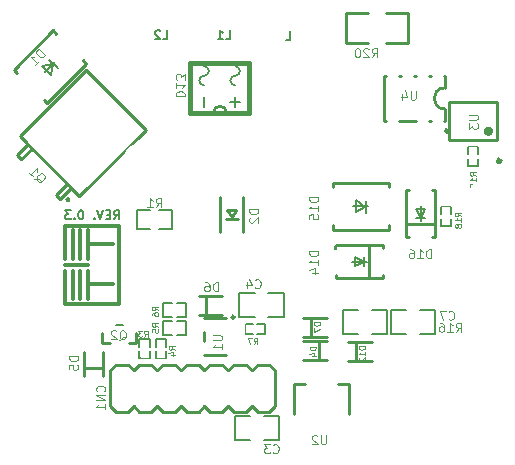
<source format=gbo>
G04 #@! TF.GenerationSoftware,KiCad,Pcbnew,5.1.5-52549c5~84~ubuntu18.04.1*
G04 #@! TF.CreationDate,2020-02-13T12:19:30+02:00*
G04 #@! TF.ProjectId,NRF52832_Touch_Switch_Power_Supply,4e524635-3238-4333-925f-546f7563685f,rev?*
G04 #@! TF.SameCoordinates,Original*
G04 #@! TF.FileFunction,Legend,Bot*
G04 #@! TF.FilePolarity,Positive*
%FSLAX46Y46*%
G04 Gerber Fmt 4.6, Leading zero omitted, Abs format (unit mm)*
G04 Created by KiCad (PCBNEW 5.1.5-52549c5~84~ubuntu18.04.1) date 2020-02-13 12:19:30*
%MOMM*%
%LPD*%
G04 APERTURE LIST*
%ADD10C,0.152000*%
%ADD11C,0.127000*%
%ADD12C,0.254000*%
%ADD13C,0.200000*%
%ADD14C,0.150000*%
%ADD15C,0.129000*%
%ADD16C,0.387000*%
%ADD17C,0.400000*%
%ADD18C,0.300000*%
%ADD19C,0.305000*%
%ADD20C,0.102000*%
%ADD21C,0.076000*%
%ADD22C,1.602000*%
%ADD23R,2.392000X2.822000*%
%ADD24R,1.880000X1.880000*%
%ADD25C,1.902000*%
%ADD26C,2.352000*%
%ADD27C,1.702000*%
%ADD28C,2.102000*%
%ADD29R,1.262000X1.552000*%
%ADD30O,2.102000X3.602000*%
%ADD31O,0.802000X2.202000*%
%ADD32O,0.802000X2.002000*%
%ADD33R,1.102000X0.652000*%
%ADD34R,0.702000X0.752000*%
%ADD35R,0.752000X0.702000*%
%ADD36R,0.602000X0.902000*%
%ADD37R,1.102000X1.102000*%
%ADD38R,1.573000X1.372000*%
%ADD39C,0.100000*%
%ADD40R,1.602000X1.402000*%
%ADD41R,0.915000X1.602000*%
%ADD42R,2.102000X2.102000*%
%ADD43R,0.802000X1.352000*%
%ADD44O,0.902000X2.102000*%
%ADD45R,0.752000X1.652000*%
%ADD46R,1.102000X1.202000*%
%ADD47R,1.702000X2.102000*%
G04 APERTURE END LIST*
D10*
X117756914Y-45338714D02*
X118119771Y-45338714D01*
X118119771Y-44576714D01*
X112640914Y-45302714D02*
X113003771Y-45302714D01*
X113003771Y-44540714D01*
X111987771Y-45302714D02*
X112423200Y-45302714D01*
X112205485Y-45302714D02*
X112205485Y-44540714D01*
X112278057Y-44649571D01*
X112350628Y-44722142D01*
X112423200Y-44758428D01*
X107306914Y-45302714D02*
X107669771Y-45302714D01*
X107669771Y-44540714D01*
X107089200Y-44613285D02*
X107052914Y-44577000D01*
X106980342Y-44540714D01*
X106798914Y-44540714D01*
X106726342Y-44577000D01*
X106690057Y-44613285D01*
X106653771Y-44685857D01*
X106653771Y-44758428D01*
X106690057Y-44867285D01*
X107125485Y-45302714D01*
X106653771Y-45302714D01*
D11*
X103186592Y-60542714D02*
X103440592Y-60179857D01*
X103622021Y-60542714D02*
X103622021Y-59780714D01*
X103331735Y-59780714D01*
X103259164Y-59817000D01*
X103222878Y-59853285D01*
X103186592Y-59925857D01*
X103186592Y-60034714D01*
X103222878Y-60107285D01*
X103259164Y-60143571D01*
X103331735Y-60179857D01*
X103622021Y-60179857D01*
X102860021Y-60143571D02*
X102606021Y-60143571D01*
X102497164Y-60542714D02*
X102860021Y-60542714D01*
X102860021Y-59780714D01*
X102497164Y-59780714D01*
X102279450Y-59780714D02*
X102025450Y-60542714D01*
X101771450Y-59780714D01*
X101517450Y-60470142D02*
X101481164Y-60506428D01*
X101517450Y-60542714D01*
X101553735Y-60506428D01*
X101517450Y-60470142D01*
X101517450Y-60542714D01*
X100428878Y-59780714D02*
X100356307Y-59780714D01*
X100283735Y-59817000D01*
X100247450Y-59853285D01*
X100211164Y-59925857D01*
X100174878Y-60071000D01*
X100174878Y-60252428D01*
X100211164Y-60397571D01*
X100247450Y-60470142D01*
X100283735Y-60506428D01*
X100356307Y-60542714D01*
X100428878Y-60542714D01*
X100501450Y-60506428D01*
X100537735Y-60470142D01*
X100574021Y-60397571D01*
X100610307Y-60252428D01*
X100610307Y-60071000D01*
X100574021Y-59925857D01*
X100537735Y-59853285D01*
X100501450Y-59817000D01*
X100428878Y-59780714D01*
X99848307Y-60470142D02*
X99812021Y-60506428D01*
X99848307Y-60542714D01*
X99884592Y-60506428D01*
X99848307Y-60470142D01*
X99848307Y-60542714D01*
X99558021Y-59780714D02*
X99086307Y-59780714D01*
X99340307Y-60071000D01*
X99231450Y-60071000D01*
X99158878Y-60107285D01*
X99122592Y-60143571D01*
X99086307Y-60216142D01*
X99086307Y-60397571D01*
X99122592Y-60470142D01*
X99158878Y-60506428D01*
X99231450Y-60542714D01*
X99449164Y-60542714D01*
X99521735Y-60506428D01*
X99558021Y-60470142D01*
D12*
X126477000Y-57435000D02*
X121777000Y-57435000D01*
D11*
X123694000Y-58935000D02*
X124477000Y-59475000D01*
X123694000Y-59965000D02*
X123694000Y-58949000D01*
X124516000Y-58965000D02*
X124516000Y-59981000D01*
X124675000Y-59445000D02*
X123456000Y-59445000D01*
X124477000Y-59475000D02*
X123694000Y-59955000D01*
D12*
X126477000Y-61435000D02*
X121777000Y-61435000D01*
X126477000Y-57435000D02*
X126477000Y-57844000D01*
X126477000Y-61026000D02*
X126477000Y-61435000D01*
X121777000Y-57435000D02*
X121777000Y-57844000D01*
X121777000Y-61026000D02*
X121777000Y-61435000D01*
D13*
X115871000Y-77197000D02*
X117191000Y-77197000D01*
X117191000Y-77197000D02*
X117191000Y-79267000D01*
X117191000Y-79267000D02*
X115871000Y-79267000D01*
X114739000Y-77197000D02*
X113419000Y-77197000D01*
X113419000Y-77197000D02*
X113419000Y-79267000D01*
X113419000Y-79267000D02*
X114739000Y-79267000D01*
D12*
X116856000Y-73340000D02*
X116356000Y-72840000D01*
X116356000Y-72840000D02*
X115356000Y-72840000D01*
X115356000Y-72840000D02*
X114856000Y-73340000D01*
X114856000Y-73339000D02*
X114356000Y-72839000D01*
X114356000Y-72839000D02*
X113356000Y-72839000D01*
X113356000Y-72839000D02*
X112856000Y-73339000D01*
X112858000Y-73340000D02*
X112358000Y-72840000D01*
X112358000Y-72840000D02*
X111358000Y-72840000D01*
X111358000Y-72840000D02*
X110858000Y-73340000D01*
X110857000Y-73339000D02*
X110357000Y-72839000D01*
X110357000Y-72839000D02*
X109357000Y-72839000D01*
X109357000Y-72839000D02*
X108857000Y-73339000D01*
X108857000Y-73340000D02*
X108357000Y-72840000D01*
X108357000Y-72840000D02*
X107357000Y-72840000D01*
X107357000Y-72840000D02*
X106857000Y-73340000D01*
X106858000Y-73339000D02*
X106358000Y-72839000D01*
X106358000Y-72839000D02*
X105358000Y-72839000D01*
X105358000Y-72839000D02*
X104858000Y-73339000D01*
X104857000Y-73340000D02*
X104357000Y-72840000D01*
X104357000Y-72840000D02*
X103357000Y-72840000D01*
X103357000Y-72840000D02*
X102857000Y-73340000D01*
X102857000Y-76340000D02*
X103357000Y-76840000D01*
X103357000Y-76840000D02*
X104357000Y-76840000D01*
X104357000Y-76840000D02*
X104857000Y-76340000D01*
X104856000Y-76340000D02*
X105356000Y-76840000D01*
X105356000Y-76840000D02*
X106356000Y-76840000D01*
X106356000Y-76840000D02*
X106856000Y-76340000D01*
X106858000Y-76339000D02*
X107358000Y-76839000D01*
X107358000Y-76839000D02*
X108358000Y-76839000D01*
X108358000Y-76839000D02*
X108858000Y-76339000D01*
X108857000Y-76340000D02*
X109357000Y-76840000D01*
X109357000Y-76840000D02*
X110357000Y-76840000D01*
X110357000Y-76840000D02*
X110857000Y-76340000D01*
X110858000Y-76340000D02*
X111358000Y-76840000D01*
X111358000Y-76840000D02*
X112358000Y-76840000D01*
X112358000Y-76840000D02*
X112858000Y-76340000D01*
X112857000Y-76340000D02*
X113357000Y-76840000D01*
X113357000Y-76840000D02*
X114357000Y-76840000D01*
X114357000Y-76840000D02*
X114857000Y-76340000D01*
X114856000Y-76340000D02*
X115356000Y-76840000D01*
X115356000Y-76840000D02*
X116356000Y-76840000D01*
X116356000Y-76840000D02*
X116856000Y-76340000D01*
X116855000Y-73341000D02*
X116855000Y-76341000D01*
X102856000Y-73341000D02*
X102856000Y-76340000D01*
X119377000Y-74457000D02*
X118477000Y-74457000D01*
X118477000Y-74457000D02*
X118477000Y-77057000D01*
X123077000Y-77057000D02*
X123077000Y-74457000D01*
X123077000Y-74457000D02*
X122177000Y-74457000D01*
X110860000Y-72035000D02*
X112660000Y-72035000D01*
X110860000Y-70085000D02*
X110860000Y-70885000D01*
X110860000Y-68935000D02*
X112660000Y-68935000D01*
X113411000Y-68834000D02*
G75*
G03X113411000Y-68834000I-127000J0D01*
G01*
D10*
X115331000Y-69418000D02*
X115966000Y-69418000D01*
X115966000Y-69418000D02*
X115966000Y-70282000D01*
X115966000Y-70282000D02*
X115433000Y-70282000D01*
X115433000Y-70282000D02*
X115331000Y-70282000D01*
X114950000Y-70282000D02*
X114341000Y-70282000D01*
X114341000Y-70282000D02*
X114341000Y-69418000D01*
X114341000Y-69418000D02*
X114874000Y-69418000D01*
X114874000Y-69418000D02*
X114950000Y-69418000D01*
X105359000Y-71316000D02*
X105359000Y-70681000D01*
X105359000Y-70681000D02*
X106223000Y-70681000D01*
X106223000Y-70681000D02*
X106223000Y-71214000D01*
X106223000Y-71214000D02*
X106223000Y-71316000D01*
X106223000Y-71697000D02*
X106223000Y-72306000D01*
X106223000Y-72306000D02*
X105359000Y-72306000D01*
X105359000Y-72306000D02*
X105359000Y-71773000D01*
X105359000Y-71773000D02*
X105359000Y-71697000D01*
X106756000Y-71316000D02*
X106756000Y-70681000D01*
X106756000Y-70681000D02*
X107620000Y-70681000D01*
X107620000Y-70681000D02*
X107620000Y-71214000D01*
X107620000Y-71214000D02*
X107620000Y-71316000D01*
X107620000Y-71697000D02*
X107620000Y-72306000D01*
X107620000Y-72306000D02*
X106756000Y-72306000D01*
X106756000Y-72306000D02*
X106756000Y-71773000D01*
X106756000Y-71773000D02*
X106756000Y-71697000D01*
X130886000Y-60097000D02*
X130886000Y-59462000D01*
X130886000Y-59462000D02*
X131750000Y-59462000D01*
X131750000Y-59462000D02*
X131750000Y-59995000D01*
X131750000Y-59995000D02*
X131750000Y-60097000D01*
X131750000Y-60478000D02*
X131750000Y-61087000D01*
X131750000Y-61087000D02*
X130886000Y-61087000D01*
X130886000Y-61087000D02*
X130886000Y-60554000D01*
X130886000Y-60554000D02*
X130886000Y-60478000D01*
X133172000Y-55017000D02*
X133172000Y-54382000D01*
X133172000Y-54382000D02*
X134036000Y-54382000D01*
X134036000Y-54382000D02*
X134036000Y-54915000D01*
X134036000Y-54915000D02*
X134036000Y-55017000D01*
X134036000Y-55398000D02*
X134036000Y-56007000D01*
X134036000Y-56007000D02*
X133172000Y-56007000D01*
X133172000Y-56007000D02*
X133172000Y-55474000D01*
X133172000Y-55474000D02*
X133172000Y-55398000D01*
D14*
X109273000Y-68799000D02*
X109273000Y-67599000D01*
X108503000Y-68799000D02*
X109273000Y-68799000D01*
X107373000Y-68799000D02*
X107373000Y-67599000D01*
X108143000Y-68799000D02*
X107373000Y-68799000D01*
X108143000Y-67599000D02*
X107373000Y-67599000D01*
X108503000Y-67599000D02*
X109273000Y-67599000D01*
X109281000Y-70323000D02*
X109281000Y-69123000D01*
X108511000Y-70323000D02*
X109281000Y-70323000D01*
X107381000Y-70323000D02*
X107381000Y-69123000D01*
X108151000Y-70323000D02*
X107381000Y-70323000D01*
X108151000Y-69123000D02*
X107381000Y-69123000D01*
X108511000Y-69123000D02*
X109281000Y-69123000D01*
D12*
X123022000Y-72555000D02*
X125022000Y-72555000D01*
X123022000Y-70955000D02*
X125022000Y-70955000D01*
X123671000Y-72555000D02*
X123671000Y-70955000D01*
X119212000Y-70523000D02*
X121212000Y-70523000D01*
X119212000Y-68923000D02*
X121212000Y-68923000D01*
X119861000Y-70523000D02*
X119861000Y-68923000D01*
X121199000Y-70828000D02*
X119199000Y-70828000D01*
X121199000Y-72428000D02*
X119199000Y-72428000D01*
X120550000Y-70828000D02*
X120550000Y-72428000D01*
X110379000Y-68618000D02*
X112379000Y-68618000D01*
X110379000Y-67018000D02*
X112379000Y-67018000D01*
X111028000Y-68618000D02*
X111028000Y-67018000D01*
X102273000Y-73771000D02*
X102273000Y-71771000D01*
X100673000Y-73771000D02*
X100673000Y-71771000D01*
X102273000Y-73122000D02*
X100673000Y-73122000D01*
D11*
X129159000Y-59444000D02*
X129159000Y-60714000D01*
X129159000Y-59698000D02*
X129540000Y-59698000D01*
X129540000Y-59698000D02*
X129159000Y-60460000D01*
X129159000Y-60460000D02*
X129540000Y-60460000D01*
X129159000Y-59698000D02*
X128778000Y-59698000D01*
X128778000Y-59698000D02*
X129159000Y-60460000D01*
X129159000Y-60460000D02*
X128778000Y-60460000D01*
D12*
X130409000Y-58080000D02*
X130159000Y-58080000D01*
X128159000Y-58080000D02*
X127909000Y-58080000D01*
X130409000Y-62078000D02*
X130409000Y-58080000D01*
X130409000Y-62078000D02*
X130159000Y-62078000D01*
X128159000Y-62078000D02*
X127909000Y-62078000D01*
X127909000Y-58080000D02*
X127909000Y-62078000D01*
X127914000Y-60935000D02*
X130404000Y-60935000D01*
X98037487Y-44549086D02*
X94714086Y-47872487D01*
D11*
X97130269Y-47577624D02*
X98065772Y-47405797D01*
X97858589Y-48305944D02*
X97140169Y-47587523D01*
X97732724Y-47017595D02*
X98451145Y-47736016D01*
X98184566Y-47244577D02*
X97322602Y-48106540D01*
X98065772Y-47405797D02*
X97851518Y-48298873D01*
D12*
X100865914Y-47377513D02*
X97542513Y-50700914D01*
X98037487Y-44549086D02*
X98326694Y-44838292D01*
X100576708Y-47088306D02*
X100865914Y-47377513D01*
X94714086Y-47872487D02*
X95003292Y-48161694D01*
X97253306Y-50411708D02*
X97542513Y-50700914D01*
X113157000Y-60327000D02*
X113563000Y-59743000D01*
X113563000Y-59743000D02*
X112751000Y-59743000D01*
X112751000Y-59743000D02*
X113157000Y-60327000D01*
X114157000Y-61649000D02*
X114157000Y-58649000D01*
X112157000Y-58649000D02*
X112157000Y-61649000D01*
X113665000Y-60555000D02*
X112649000Y-60555000D01*
D15*
X110820000Y-51029000D02*
X110820000Y-50216000D01*
X113459000Y-51029000D02*
X113459000Y-50216000D01*
X113055000Y-50622000D02*
X113868000Y-50622000D01*
D16*
X109652000Y-47269000D02*
X114630000Y-47269000D01*
X114630000Y-47269000D02*
X114630000Y-51537000D01*
X114630000Y-51537000D02*
X109652000Y-51537000D01*
X109652000Y-51537000D02*
X109652000Y-47269000D01*
D15*
X113461986Y-48386000D02*
G75*
G03X113867000Y-47981000I14J405000D01*
G01*
X113867000Y-47980993D02*
G75*
G03X113462000Y-47576000I-405000J-7D01*
G01*
X113461986Y-48387000D02*
G75*
G03X113055000Y-48794000I14J-407000D01*
G01*
X113054000Y-48793993D02*
G75*
G03X113462000Y-49202000I408000J-7D01*
G01*
X110412000Y-48793993D02*
G75*
G03X110820000Y-49202000I408000J-7D01*
G01*
X110819986Y-48386000D02*
G75*
G03X110412000Y-48794000I14J-408000D01*
G01*
X111225000Y-47980993D02*
G75*
G03X110820000Y-47576000I-405000J-7D01*
G01*
X110819986Y-48386000D02*
G75*
G03X111225000Y-47981000I14J405000D01*
G01*
D12*
X112725000Y-51511000D02*
G75*
G03X111633000Y-51511000I-546000J0D01*
G01*
X124816000Y-65380000D02*
X124816000Y-62890000D01*
D11*
X123325000Y-64135000D02*
X124595000Y-64135000D01*
X123579000Y-64135000D02*
X123579000Y-63754000D01*
X123579000Y-63754000D02*
X124341000Y-64135000D01*
X124341000Y-64135000D02*
X124341000Y-63754000D01*
X123579000Y-64135000D02*
X123579000Y-64516000D01*
X123579000Y-64516000D02*
X124341000Y-64135000D01*
X124341000Y-64135000D02*
X124341000Y-64516000D01*
D12*
X121945000Y-62768000D02*
X121945000Y-63017000D01*
X121996000Y-65282000D02*
X121996000Y-65532000D01*
X125959000Y-62738000D02*
X121961000Y-62738000D01*
X125959000Y-62738000D02*
X125959000Y-62988000D01*
X125984000Y-65282000D02*
X125984000Y-65532000D01*
X121986000Y-65532000D02*
X125984000Y-65532000D01*
X104432000Y-71008000D02*
X105092000Y-71008000D01*
X105092000Y-71008000D02*
X104432000Y-71008000D01*
X104432000Y-71008000D02*
X105092000Y-71008000D01*
X105092000Y-71008000D02*
X105092000Y-70193000D01*
X102172000Y-70193000D02*
X102172000Y-71008000D01*
X102172000Y-71008000D02*
X102832000Y-71008000D01*
D13*
X103332000Y-69458000D02*
X103932000Y-69458000D01*
D17*
X99294978Y-58884670D02*
G75*
G03X99296392Y-58883256I707J707D01*
G01*
D12*
X99579941Y-57894014D02*
X98660703Y-58813253D01*
X98660703Y-58813253D02*
X98307149Y-58459699D01*
X98307149Y-58459699D02*
X99226388Y-57540460D01*
X105889455Y-52960530D02*
X100267956Y-58582029D01*
X100267956Y-58582029D02*
X95214971Y-53529044D01*
X95214971Y-53529044D02*
X100836470Y-47907545D01*
X100836470Y-47907545D02*
X105889455Y-52960530D01*
X96243812Y-54552227D02*
X95324573Y-55471466D01*
X95324573Y-55471466D02*
X94970312Y-55117205D01*
X94970312Y-55117205D02*
X95889551Y-54197967D01*
D17*
X135104996Y-53093459D02*
G75*
G03X135105000Y-53096000I-199996J-1541D01*
G01*
D18*
X135953995Y-55595444D02*
G75*
G03X135954000Y-55598000I-150995J-1556D01*
G01*
D12*
X135604000Y-53797000D02*
X131604000Y-53797000D01*
X131604000Y-53797000D02*
X131604000Y-50597000D01*
X131604000Y-50597000D02*
X135604000Y-50597000D01*
X135604000Y-50597000D02*
X135604000Y-53797000D01*
X131251000Y-52210000D02*
X131251000Y-51194000D01*
X126051000Y-48400000D02*
X126051000Y-52210000D01*
X131251000Y-48400000D02*
X131251000Y-49416000D01*
X131191000Y-49416000D02*
G75*
G03X131191000Y-51194000I0J-889000D01*
G01*
X131191000Y-48400000D02*
X131106000Y-48400000D01*
X130006000Y-48400000D02*
X129836000Y-48400000D01*
X128736000Y-48400000D02*
X128566000Y-48400000D01*
X127466000Y-48400000D02*
X127296000Y-48400000D01*
X126196000Y-48400000D02*
X126111000Y-48400000D01*
X131517000Y-53035000D02*
G75*
G03X131517000Y-53035000I-148000J0D01*
G01*
X131251000Y-52210000D02*
X131111000Y-52210000D01*
X130001000Y-52210000D02*
X129841000Y-52210000D01*
X128731000Y-52210000D02*
X127301000Y-52210000D01*
X126191000Y-52210000D02*
X126051000Y-52210000D01*
D13*
X115142000Y-68853000D02*
X113822000Y-68853000D01*
X113822000Y-68853000D02*
X113822000Y-66783000D01*
X113822000Y-66783000D02*
X115142000Y-66783000D01*
X116274000Y-68853000D02*
X117594000Y-68853000D01*
X117594000Y-68853000D02*
X117594000Y-66783000D01*
X117594000Y-66783000D02*
X116274000Y-66783000D01*
X125015000Y-68180000D02*
X126335000Y-68180000D01*
X126335000Y-68180000D02*
X126335000Y-70250000D01*
X126335000Y-70250000D02*
X125015000Y-70250000D01*
X123883000Y-68180000D02*
X122563000Y-68180000D01*
X122563000Y-68180000D02*
X122563000Y-70250000D01*
X122563000Y-70250000D02*
X123883000Y-70250000D01*
X129079000Y-68180000D02*
X130399000Y-68180000D01*
X130399000Y-68180000D02*
X130399000Y-70250000D01*
X130399000Y-70250000D02*
X129079000Y-70250000D01*
X127947000Y-68180000D02*
X126627000Y-68180000D01*
X126627000Y-68180000D02*
X126627000Y-70250000D01*
X126627000Y-70250000D02*
X127947000Y-70250000D01*
X106215000Y-59779000D02*
X105115000Y-59779000D01*
X105115000Y-59779000D02*
X105115000Y-61379000D01*
X105115000Y-61379000D02*
X106215000Y-61379000D01*
X107015000Y-59779000D02*
X108115000Y-59779000D01*
X108115000Y-59779000D02*
X108115000Y-60779000D01*
X108115000Y-60779000D02*
X108115000Y-61379000D01*
X108115000Y-61379000D02*
X107015000Y-61379000D01*
D19*
X99079000Y-64897000D02*
X99079000Y-67691000D01*
X99079000Y-67691000D02*
X103651000Y-67691000D01*
X103651000Y-61087000D02*
X103651000Y-67691000D01*
X99079000Y-61087000D02*
X103651000Y-61087000D01*
X99079000Y-61087000D02*
X99079000Y-63881000D01*
X99079000Y-64389000D02*
X100984000Y-64389000D01*
X100984000Y-62611000D02*
X103143000Y-62611000D01*
X100984000Y-61468000D02*
X100984000Y-63881000D01*
X99714000Y-64897000D02*
X99714000Y-67310000D01*
X99714000Y-61468000D02*
X99714000Y-63881000D01*
X100984000Y-66040000D02*
X103143000Y-66040000D01*
X100984000Y-64897000D02*
X100984000Y-67310000D01*
X100349000Y-61468000D02*
X100349000Y-63881000D01*
X100349000Y-64897000D02*
X100349000Y-67310000D01*
D12*
X126238000Y-43053000D02*
X128086000Y-43053000D01*
X128086000Y-43053000D02*
X128086000Y-45593000D01*
X128086000Y-45593000D02*
X126238000Y-45593000D01*
X124714000Y-45593000D02*
X122856000Y-45593000D01*
X122856000Y-45593000D02*
X122856000Y-43053000D01*
X122856000Y-43053000D02*
X124714000Y-43053000D01*
D20*
X120486714Y-58667728D02*
X119724714Y-58667728D01*
X119724714Y-58849157D01*
X119761000Y-58958014D01*
X119833571Y-59030585D01*
X119906142Y-59066871D01*
X120051285Y-59103157D01*
X120160142Y-59103157D01*
X120305285Y-59066871D01*
X120377857Y-59030585D01*
X120450428Y-58958014D01*
X120486714Y-58849157D01*
X120486714Y-58667728D01*
X120486714Y-59828871D02*
X120486714Y-59393442D01*
X120486714Y-59611157D02*
X119724714Y-59611157D01*
X119833571Y-59538585D01*
X119906142Y-59466014D01*
X119942428Y-59393442D01*
X119724714Y-60518300D02*
X119724714Y-60155442D01*
X120087571Y-60119157D01*
X120051285Y-60155442D01*
X120015000Y-60228014D01*
X120015000Y-60409442D01*
X120051285Y-60482014D01*
X120087571Y-60518300D01*
X120160142Y-60554585D01*
X120341571Y-60554585D01*
X120414142Y-60518300D01*
X120450428Y-60482014D01*
X120486714Y-60409442D01*
X120486714Y-60228014D01*
X120450428Y-60155442D01*
X120414142Y-60119157D01*
X116664842Y-80282142D02*
X116701128Y-80318428D01*
X116809985Y-80354714D01*
X116882557Y-80354714D01*
X116991414Y-80318428D01*
X117063985Y-80245857D01*
X117100271Y-80173285D01*
X117136557Y-80028142D01*
X117136557Y-79919285D01*
X117100271Y-79774142D01*
X117063985Y-79701571D01*
X116991414Y-79629000D01*
X116882557Y-79592714D01*
X116809985Y-79592714D01*
X116701128Y-79629000D01*
X116664842Y-79665285D01*
X116410842Y-79592714D02*
X115939128Y-79592714D01*
X116193128Y-79883000D01*
X116084271Y-79883000D01*
X116011700Y-79919285D01*
X115975414Y-79955571D01*
X115939128Y-80028142D01*
X115939128Y-80209571D01*
X115975414Y-80282142D01*
X116011700Y-80318428D01*
X116084271Y-80354714D01*
X116301985Y-80354714D01*
X116374557Y-80318428D01*
X116410842Y-80282142D01*
X102380142Y-75105157D02*
X102416428Y-75068871D01*
X102452714Y-74960014D01*
X102452714Y-74887442D01*
X102416428Y-74778585D01*
X102343857Y-74706014D01*
X102271285Y-74669728D01*
X102126142Y-74633442D01*
X102017285Y-74633442D01*
X101872142Y-74669728D01*
X101799571Y-74706014D01*
X101727000Y-74778585D01*
X101690714Y-74887442D01*
X101690714Y-74960014D01*
X101727000Y-75068871D01*
X101763285Y-75105157D01*
X102452714Y-75431728D02*
X101690714Y-75431728D01*
X102452714Y-75867157D01*
X101690714Y-75867157D01*
X102452714Y-76629157D02*
X102452714Y-76193728D01*
X102452714Y-76411442D02*
X101690714Y-76411442D01*
X101799571Y-76338871D01*
X101872142Y-76266300D01*
X101908428Y-76193728D01*
X121164271Y-78830714D02*
X121164271Y-79447571D01*
X121127985Y-79520142D01*
X121091700Y-79556428D01*
X121019128Y-79592714D01*
X120873985Y-79592714D01*
X120801414Y-79556428D01*
X120765128Y-79520142D01*
X120728842Y-79447571D01*
X120728842Y-78830714D01*
X120402271Y-78903285D02*
X120365985Y-78867000D01*
X120293414Y-78830714D01*
X120111985Y-78830714D01*
X120039414Y-78867000D01*
X120003128Y-78903285D01*
X119966842Y-78975857D01*
X119966842Y-79048428D01*
X120003128Y-79157285D01*
X120438557Y-79592714D01*
X119966842Y-79592714D01*
X111596714Y-70354728D02*
X112213571Y-70354728D01*
X112286142Y-70391014D01*
X112322428Y-70427300D01*
X112358714Y-70499871D01*
X112358714Y-70645014D01*
X112322428Y-70717585D01*
X112286142Y-70753871D01*
X112213571Y-70790157D01*
X111596714Y-70790157D01*
X112358714Y-71552157D02*
X112358714Y-71116728D01*
X112358714Y-71334442D02*
X111596714Y-71334442D01*
X111705571Y-71261871D01*
X111778142Y-71189300D01*
X111814428Y-71116728D01*
D21*
X115019361Y-71118809D02*
X115188695Y-70876904D01*
X115309647Y-71118809D02*
X115309647Y-70610809D01*
X115116123Y-70610809D01*
X115067742Y-70635000D01*
X115043552Y-70659190D01*
X115019361Y-70707571D01*
X115019361Y-70780142D01*
X115043552Y-70828523D01*
X115067742Y-70852714D01*
X115116123Y-70876904D01*
X115309647Y-70876904D01*
X114850028Y-70610809D02*
X114511361Y-70610809D01*
X114729076Y-71118809D01*
X105748361Y-70483809D02*
X105917695Y-70241904D01*
X106038647Y-70483809D02*
X106038647Y-69975809D01*
X105845123Y-69975809D01*
X105796742Y-70000000D01*
X105772552Y-70024190D01*
X105748361Y-70072571D01*
X105748361Y-70145142D01*
X105772552Y-70193523D01*
X105796742Y-70217714D01*
X105845123Y-70241904D01*
X106038647Y-70241904D01*
X105579028Y-69975809D02*
X105264552Y-69975809D01*
X105433885Y-70169333D01*
X105361314Y-70169333D01*
X105312933Y-70193523D01*
X105288742Y-70217714D01*
X105264552Y-70266095D01*
X105264552Y-70387047D01*
X105288742Y-70435428D01*
X105312933Y-70459619D01*
X105361314Y-70483809D01*
X105506457Y-70483809D01*
X105554838Y-70459619D01*
X105579028Y-70435428D01*
X108329809Y-71580638D02*
X108087904Y-71411304D01*
X108329809Y-71290352D02*
X107821809Y-71290352D01*
X107821809Y-71483876D01*
X107846000Y-71532257D01*
X107870190Y-71556447D01*
X107918571Y-71580638D01*
X107991142Y-71580638D01*
X108039523Y-71556447D01*
X108063714Y-71532257D01*
X108087904Y-71483876D01*
X108087904Y-71290352D01*
X107991142Y-72016066D02*
X108329809Y-72016066D01*
X107797619Y-71895114D02*
X108160476Y-71774161D01*
X108160476Y-72088638D01*
X132586809Y-60277638D02*
X132344904Y-60108304D01*
X132586809Y-59987352D02*
X132078809Y-59987352D01*
X132078809Y-60180876D01*
X132103000Y-60229257D01*
X132127190Y-60253447D01*
X132175571Y-60277638D01*
X132248142Y-60277638D01*
X132296523Y-60253447D01*
X132320714Y-60229257D01*
X132344904Y-60180876D01*
X132344904Y-59987352D01*
X132586809Y-60761447D02*
X132586809Y-60471161D01*
X132586809Y-60616304D02*
X132078809Y-60616304D01*
X132151380Y-60567923D01*
X132199761Y-60519542D01*
X132223952Y-60471161D01*
X132296523Y-61051733D02*
X132272333Y-61003352D01*
X132248142Y-60979161D01*
X132199761Y-60954971D01*
X132175571Y-60954971D01*
X132127190Y-60979161D01*
X132103000Y-61003352D01*
X132078809Y-61051733D01*
X132078809Y-61148495D01*
X132103000Y-61196876D01*
X132127190Y-61221066D01*
X132175571Y-61245257D01*
X132199761Y-61245257D01*
X132248142Y-61221066D01*
X132272333Y-61196876D01*
X132296523Y-61148495D01*
X132296523Y-61051733D01*
X132320714Y-61003352D01*
X132344904Y-60979161D01*
X132393285Y-60954971D01*
X132490047Y-60954971D01*
X132538428Y-60979161D01*
X132562619Y-61003352D01*
X132586809Y-61051733D01*
X132586809Y-61148495D01*
X132562619Y-61196876D01*
X132538428Y-61221066D01*
X132490047Y-61245257D01*
X132393285Y-61245257D01*
X132344904Y-61221066D01*
X132320714Y-61196876D01*
X132296523Y-61148495D01*
X133856809Y-56848638D02*
X133614904Y-56679304D01*
X133856809Y-56558352D02*
X133348809Y-56558352D01*
X133348809Y-56751876D01*
X133373000Y-56800257D01*
X133397190Y-56824447D01*
X133445571Y-56848638D01*
X133518142Y-56848638D01*
X133566523Y-56824447D01*
X133590714Y-56800257D01*
X133614904Y-56751876D01*
X133614904Y-56558352D01*
X133856809Y-57332447D02*
X133856809Y-57042161D01*
X133856809Y-57187304D02*
X133348809Y-57187304D01*
X133421380Y-57138923D01*
X133469761Y-57090542D01*
X133493952Y-57042161D01*
X133856809Y-57574352D02*
X133856809Y-57671114D01*
X133832619Y-57719495D01*
X133808428Y-57743685D01*
X133735857Y-57792066D01*
X133639095Y-57816257D01*
X133445571Y-57816257D01*
X133397190Y-57792066D01*
X133373000Y-57767876D01*
X133348809Y-57719495D01*
X133348809Y-57622733D01*
X133373000Y-57574352D01*
X133397190Y-57550161D01*
X133445571Y-57525971D01*
X133566523Y-57525971D01*
X133614904Y-57550161D01*
X133639095Y-57574352D01*
X133663285Y-57622733D01*
X133663285Y-57719495D01*
X133639095Y-57767876D01*
X133614904Y-57792066D01*
X133566523Y-57816257D01*
X106937809Y-68237638D02*
X106695904Y-68068304D01*
X106937809Y-67947352D02*
X106429809Y-67947352D01*
X106429809Y-68140876D01*
X106454000Y-68189257D01*
X106478190Y-68213447D01*
X106526571Y-68237638D01*
X106599142Y-68237638D01*
X106647523Y-68213447D01*
X106671714Y-68189257D01*
X106695904Y-68140876D01*
X106695904Y-67947352D01*
X106429809Y-68673066D02*
X106429809Y-68576304D01*
X106454000Y-68527923D01*
X106478190Y-68503733D01*
X106550761Y-68455352D01*
X106647523Y-68431161D01*
X106841047Y-68431161D01*
X106889428Y-68455352D01*
X106913619Y-68479542D01*
X106937809Y-68527923D01*
X106937809Y-68624685D01*
X106913619Y-68673066D01*
X106889428Y-68697257D01*
X106841047Y-68721447D01*
X106720095Y-68721447D01*
X106671714Y-68697257D01*
X106647523Y-68673066D01*
X106623333Y-68624685D01*
X106623333Y-68527923D01*
X106647523Y-68479542D01*
X106671714Y-68455352D01*
X106720095Y-68431161D01*
X106954809Y-69645638D02*
X106712904Y-69476304D01*
X106954809Y-69355352D02*
X106446809Y-69355352D01*
X106446809Y-69548876D01*
X106471000Y-69597257D01*
X106495190Y-69621447D01*
X106543571Y-69645638D01*
X106616142Y-69645638D01*
X106664523Y-69621447D01*
X106688714Y-69597257D01*
X106712904Y-69548876D01*
X106712904Y-69355352D01*
X106446809Y-70105257D02*
X106446809Y-69863352D01*
X106688714Y-69839161D01*
X106664523Y-69863352D01*
X106640333Y-69911733D01*
X106640333Y-70032685D01*
X106664523Y-70081066D01*
X106688714Y-70105257D01*
X106737095Y-70129447D01*
X106858047Y-70129447D01*
X106906428Y-70105257D01*
X106930619Y-70081066D01*
X106954809Y-70032685D01*
X106954809Y-69911733D01*
X106930619Y-69863352D01*
X106906428Y-69839161D01*
X124435809Y-71290352D02*
X123927809Y-71290352D01*
X123927809Y-71411304D01*
X123952000Y-71483876D01*
X124000380Y-71532257D01*
X124048761Y-71556447D01*
X124145523Y-71580638D01*
X124218095Y-71580638D01*
X124314857Y-71556447D01*
X124363238Y-71532257D01*
X124411619Y-71483876D01*
X124435809Y-71411304D01*
X124435809Y-71290352D01*
X124435809Y-72064447D02*
X124435809Y-71774161D01*
X124435809Y-71919304D02*
X123927809Y-71919304D01*
X124000380Y-71870923D01*
X124048761Y-71822542D01*
X124072952Y-71774161D01*
X123976190Y-72257971D02*
X123952000Y-72282161D01*
X123927809Y-72330542D01*
X123927809Y-72451495D01*
X123952000Y-72499876D01*
X123976190Y-72524066D01*
X124024571Y-72548257D01*
X124072952Y-72548257D01*
X124145523Y-72524066D01*
X124435809Y-72233780D01*
X124435809Y-72548257D01*
X120625809Y-69258352D02*
X120117809Y-69258352D01*
X120117809Y-69379304D01*
X120142000Y-69451876D01*
X120190380Y-69500257D01*
X120238761Y-69524447D01*
X120335523Y-69548638D01*
X120408095Y-69548638D01*
X120504857Y-69524447D01*
X120553238Y-69500257D01*
X120601619Y-69451876D01*
X120625809Y-69379304D01*
X120625809Y-69258352D01*
X120117809Y-69717971D02*
X120117809Y-70056638D01*
X120625809Y-69838923D01*
X120277809Y-71357352D02*
X119769809Y-71357352D01*
X119769809Y-71478304D01*
X119794000Y-71550876D01*
X119842380Y-71599257D01*
X119890761Y-71623447D01*
X119987523Y-71647638D01*
X120060095Y-71647638D01*
X120156857Y-71623447D01*
X120205238Y-71599257D01*
X120253619Y-71550876D01*
X120277809Y-71478304D01*
X120277809Y-71357352D01*
X119939142Y-72083066D02*
X120277809Y-72083066D01*
X119745619Y-71962114D02*
X120108476Y-71841161D01*
X120108476Y-72155638D01*
D20*
X112020271Y-66638714D02*
X112020271Y-65876714D01*
X111838842Y-65876714D01*
X111729985Y-65913000D01*
X111657414Y-65985571D01*
X111621128Y-66058142D01*
X111584842Y-66203285D01*
X111584842Y-66312142D01*
X111621128Y-66457285D01*
X111657414Y-66529857D01*
X111729985Y-66602428D01*
X111838842Y-66638714D01*
X112020271Y-66638714D01*
X110931700Y-65876714D02*
X111076842Y-65876714D01*
X111149414Y-65913000D01*
X111185700Y-65949285D01*
X111258271Y-66058142D01*
X111294557Y-66203285D01*
X111294557Y-66493571D01*
X111258271Y-66566142D01*
X111221985Y-66602428D01*
X111149414Y-66638714D01*
X111004271Y-66638714D01*
X110931700Y-66602428D01*
X110895414Y-66566142D01*
X110859128Y-66493571D01*
X110859128Y-66312142D01*
X110895414Y-66239571D01*
X110931700Y-66203285D01*
X111004271Y-66167000D01*
X111149414Y-66167000D01*
X111221985Y-66203285D01*
X111258271Y-66239571D01*
X111294557Y-66312142D01*
X100166714Y-72129728D02*
X99404714Y-72129728D01*
X99404714Y-72311157D01*
X99441000Y-72420014D01*
X99513571Y-72492585D01*
X99586142Y-72528871D01*
X99731285Y-72565157D01*
X99840142Y-72565157D01*
X99985285Y-72528871D01*
X100057857Y-72492585D01*
X100130428Y-72420014D01*
X100166714Y-72311157D01*
X100166714Y-72129728D01*
X99404714Y-73254585D02*
X99404714Y-72891728D01*
X99767571Y-72855442D01*
X99731285Y-72891728D01*
X99695000Y-72964300D01*
X99695000Y-73145728D01*
X99731285Y-73218300D01*
X99767571Y-73254585D01*
X99840142Y-73290871D01*
X100021571Y-73290871D01*
X100094142Y-73254585D01*
X100130428Y-73218300D01*
X100166714Y-73145728D01*
X100166714Y-72964300D01*
X100130428Y-72891728D01*
X100094142Y-72855442D01*
X130054271Y-63844714D02*
X130054271Y-63082714D01*
X129872842Y-63082714D01*
X129763985Y-63119000D01*
X129691414Y-63191571D01*
X129655128Y-63264142D01*
X129618842Y-63409285D01*
X129618842Y-63518142D01*
X129655128Y-63663285D01*
X129691414Y-63735857D01*
X129763985Y-63808428D01*
X129872842Y-63844714D01*
X130054271Y-63844714D01*
X128893128Y-63844714D02*
X129328557Y-63844714D01*
X129110842Y-63844714D02*
X129110842Y-63082714D01*
X129183414Y-63191571D01*
X129255985Y-63264142D01*
X129328557Y-63300428D01*
X128239985Y-63082714D02*
X128385128Y-63082714D01*
X128457700Y-63119000D01*
X128493985Y-63155285D01*
X128566557Y-63264142D01*
X128602842Y-63409285D01*
X128602842Y-63699571D01*
X128566557Y-63772142D01*
X128530271Y-63808428D01*
X128457700Y-63844714D01*
X128312557Y-63844714D01*
X128239985Y-63808428D01*
X128203700Y-63772142D01*
X128167414Y-63699571D01*
X128167414Y-63518142D01*
X128203700Y-63445571D01*
X128239985Y-63409285D01*
X128312557Y-63373000D01*
X128457700Y-63373000D01*
X128530271Y-63409285D01*
X128566557Y-63445571D01*
X128602842Y-63518142D01*
X97350579Y-46646920D02*
X96811763Y-46108104D01*
X96683474Y-46236394D01*
X96632158Y-46339025D01*
X96632158Y-46441657D01*
X96657816Y-46518630D01*
X96734790Y-46646920D01*
X96811763Y-46723893D01*
X96940053Y-46800867D01*
X97017026Y-46826525D01*
X97119658Y-46826525D01*
X97222289Y-46775209D01*
X97350579Y-46646920D01*
X96529527Y-47467972D02*
X96837421Y-47160077D01*
X96683474Y-47314025D02*
X96144659Y-46775209D01*
X96272948Y-46800867D01*
X96375580Y-46800867D01*
X96452553Y-46775209D01*
X115406714Y-59683728D02*
X114644714Y-59683728D01*
X114644714Y-59865157D01*
X114681000Y-59974014D01*
X114753571Y-60046585D01*
X114826142Y-60082871D01*
X114971285Y-60119157D01*
X115080142Y-60119157D01*
X115225285Y-60082871D01*
X115297857Y-60046585D01*
X115370428Y-59974014D01*
X115406714Y-59865157D01*
X115406714Y-59683728D01*
X114717285Y-60409442D02*
X114681000Y-60445728D01*
X114644714Y-60518300D01*
X114644714Y-60699728D01*
X114681000Y-60772300D01*
X114717285Y-60808585D01*
X114789857Y-60844871D01*
X114862428Y-60844871D01*
X114971285Y-60808585D01*
X115406714Y-60373157D01*
X115406714Y-60844871D01*
X108425285Y-50120271D02*
X109187285Y-50120271D01*
X109187285Y-49938842D01*
X109151000Y-49829985D01*
X109078428Y-49757414D01*
X109005857Y-49721128D01*
X108860714Y-49684842D01*
X108751857Y-49684842D01*
X108606714Y-49721128D01*
X108534142Y-49757414D01*
X108461571Y-49829985D01*
X108425285Y-49938842D01*
X108425285Y-50120271D01*
X108425285Y-48959128D02*
X108425285Y-49394557D01*
X108425285Y-49176842D02*
X109187285Y-49176842D01*
X109078428Y-49249414D01*
X109005857Y-49321985D01*
X108969571Y-49394557D01*
X109187285Y-48705128D02*
X109187285Y-48233414D01*
X108897000Y-48487414D01*
X108897000Y-48378557D01*
X108860714Y-48305985D01*
X108824428Y-48269700D01*
X108751857Y-48233414D01*
X108570428Y-48233414D01*
X108497857Y-48269700D01*
X108461571Y-48305985D01*
X108425285Y-48378557D01*
X108425285Y-48596271D01*
X108461571Y-48668842D01*
X108497857Y-48705128D01*
X120486714Y-63239728D02*
X119724714Y-63239728D01*
X119724714Y-63421157D01*
X119761000Y-63530014D01*
X119833571Y-63602585D01*
X119906142Y-63638871D01*
X120051285Y-63675157D01*
X120160142Y-63675157D01*
X120305285Y-63638871D01*
X120377857Y-63602585D01*
X120450428Y-63530014D01*
X120486714Y-63421157D01*
X120486714Y-63239728D01*
X120486714Y-64400871D02*
X120486714Y-63965442D01*
X120486714Y-64183157D02*
X119724714Y-64183157D01*
X119833571Y-64110585D01*
X119906142Y-64038014D01*
X119942428Y-63965442D01*
X119978714Y-65054014D02*
X120486714Y-65054014D01*
X119688428Y-64872585D02*
X120232714Y-64691157D01*
X120232714Y-65162871D01*
X103638271Y-70775285D02*
X103710842Y-70739000D01*
X103783414Y-70666428D01*
X103892271Y-70557571D01*
X103964842Y-70521285D01*
X104037414Y-70521285D01*
X104001128Y-70702714D02*
X104073700Y-70666428D01*
X104146271Y-70593857D01*
X104182557Y-70448714D01*
X104182557Y-70194714D01*
X104146271Y-70049571D01*
X104073700Y-69977000D01*
X104001128Y-69940714D01*
X103855985Y-69940714D01*
X103783414Y-69977000D01*
X103710842Y-70049571D01*
X103674557Y-70194714D01*
X103674557Y-70448714D01*
X103710842Y-70593857D01*
X103783414Y-70666428D01*
X103855985Y-70702714D01*
X104001128Y-70702714D01*
X103384271Y-70013285D02*
X103347985Y-69977000D01*
X103275414Y-69940714D01*
X103093985Y-69940714D01*
X103021414Y-69977000D01*
X102985128Y-70013285D01*
X102948842Y-70085857D01*
X102948842Y-70158428D01*
X102985128Y-70267285D01*
X103420557Y-70702714D01*
X102948842Y-70702714D01*
X96459469Y-57118711D02*
X96536443Y-57144369D01*
X96639074Y-57144369D01*
X96793022Y-57144369D01*
X96869995Y-57170027D01*
X96921311Y-57221343D01*
X96767364Y-57323974D02*
X96844337Y-57349632D01*
X96946969Y-57349632D01*
X97075258Y-57272659D01*
X97254863Y-57093053D01*
X97331837Y-56964764D01*
X97331837Y-56862133D01*
X97306179Y-56785159D01*
X97203548Y-56682527D01*
X97126574Y-56656870D01*
X97023942Y-56656870D01*
X96895653Y-56733843D01*
X96716048Y-56913448D01*
X96639074Y-57041738D01*
X96639074Y-57144369D01*
X96664732Y-57221343D01*
X96767364Y-57323974D01*
X96023285Y-56579896D02*
X96331180Y-56887790D01*
X96177233Y-56733843D02*
X96716048Y-56195028D01*
X96690390Y-56323317D01*
X96690390Y-56425949D01*
X96716048Y-56502922D01*
X133255714Y-51682728D02*
X133872571Y-51682728D01*
X133945142Y-51719014D01*
X133981428Y-51755300D01*
X134017714Y-51827871D01*
X134017714Y-51973014D01*
X133981428Y-52045585D01*
X133945142Y-52081871D01*
X133872571Y-52118157D01*
X133255714Y-52118157D01*
X133255714Y-52408442D02*
X133255714Y-52880157D01*
X133546000Y-52626157D01*
X133546000Y-52735014D01*
X133582285Y-52807585D01*
X133618571Y-52843871D01*
X133691142Y-52880157D01*
X133872571Y-52880157D01*
X133945142Y-52843871D01*
X133981428Y-52807585D01*
X134017714Y-52735014D01*
X134017714Y-52517300D01*
X133981428Y-52444728D01*
X133945142Y-52408442D01*
X128747271Y-49655714D02*
X128747271Y-50272571D01*
X128710985Y-50345142D01*
X128674700Y-50381428D01*
X128602128Y-50417714D01*
X128456985Y-50417714D01*
X128384414Y-50381428D01*
X128348128Y-50345142D01*
X128311842Y-50272571D01*
X128311842Y-49655714D01*
X127622414Y-49909714D02*
X127622414Y-50417714D01*
X127803842Y-49619428D02*
X127985271Y-50163714D01*
X127513557Y-50163714D01*
X115138842Y-66312142D02*
X115175128Y-66348428D01*
X115283985Y-66384714D01*
X115356557Y-66384714D01*
X115465414Y-66348428D01*
X115537985Y-66275857D01*
X115574271Y-66203285D01*
X115610557Y-66058142D01*
X115610557Y-65949285D01*
X115574271Y-65804142D01*
X115537985Y-65731571D01*
X115465414Y-65659000D01*
X115356557Y-65622714D01*
X115283985Y-65622714D01*
X115175128Y-65659000D01*
X115138842Y-65695285D01*
X114485700Y-65876714D02*
X114485700Y-66384714D01*
X114667128Y-65586428D02*
X114848557Y-66130714D01*
X114376842Y-66130714D01*
X132158842Y-70067714D02*
X132412842Y-69704857D01*
X132594271Y-70067714D02*
X132594271Y-69305714D01*
X132303985Y-69305714D01*
X132231414Y-69342000D01*
X132195128Y-69378285D01*
X132158842Y-69450857D01*
X132158842Y-69559714D01*
X132195128Y-69632285D01*
X132231414Y-69668571D01*
X132303985Y-69704857D01*
X132594271Y-69704857D01*
X131433128Y-70067714D02*
X131868557Y-70067714D01*
X131650842Y-70067714D02*
X131650842Y-69305714D01*
X131723414Y-69414571D01*
X131795985Y-69487142D01*
X131868557Y-69523428D01*
X130779985Y-69305714D02*
X130925128Y-69305714D01*
X130997700Y-69342000D01*
X131033985Y-69378285D01*
X131106557Y-69487142D01*
X131142842Y-69632285D01*
X131142842Y-69922571D01*
X131106557Y-69995142D01*
X131070271Y-70031428D01*
X130997700Y-70067714D01*
X130852557Y-70067714D01*
X130779985Y-70031428D01*
X130743700Y-69995142D01*
X130707414Y-69922571D01*
X130707414Y-69741142D01*
X130743700Y-69668571D01*
X130779985Y-69632285D01*
X130852557Y-69596000D01*
X130997700Y-69596000D01*
X131070271Y-69632285D01*
X131106557Y-69668571D01*
X131142842Y-69741142D01*
X131523842Y-68979142D02*
X131560128Y-69015428D01*
X131668985Y-69051714D01*
X131741557Y-69051714D01*
X131850414Y-69015428D01*
X131922985Y-68942857D01*
X131959271Y-68870285D01*
X131995557Y-68725142D01*
X131995557Y-68616285D01*
X131959271Y-68471142D01*
X131922985Y-68398571D01*
X131850414Y-68326000D01*
X131741557Y-68289714D01*
X131668985Y-68289714D01*
X131560128Y-68326000D01*
X131523842Y-68362285D01*
X131269842Y-68289714D02*
X130761842Y-68289714D01*
X131088414Y-69051714D01*
X106758842Y-59526714D02*
X107012842Y-59163857D01*
X107194271Y-59526714D02*
X107194271Y-58764714D01*
X106903985Y-58764714D01*
X106831414Y-58801000D01*
X106795128Y-58837285D01*
X106758842Y-58909857D01*
X106758842Y-59018714D01*
X106795128Y-59091285D01*
X106831414Y-59127571D01*
X106903985Y-59163857D01*
X107194271Y-59163857D01*
X106033128Y-59526714D02*
X106468557Y-59526714D01*
X106250842Y-59526714D02*
X106250842Y-58764714D01*
X106323414Y-58873571D01*
X106395985Y-58946142D01*
X106468557Y-58982428D01*
X125046842Y-46826714D02*
X125300842Y-46463857D01*
X125482271Y-46826714D02*
X125482271Y-46064714D01*
X125191985Y-46064714D01*
X125119414Y-46101000D01*
X125083128Y-46137285D01*
X125046842Y-46209857D01*
X125046842Y-46318714D01*
X125083128Y-46391285D01*
X125119414Y-46427571D01*
X125191985Y-46463857D01*
X125482271Y-46463857D01*
X124756557Y-46137285D02*
X124720271Y-46101000D01*
X124647700Y-46064714D01*
X124466271Y-46064714D01*
X124393700Y-46101000D01*
X124357414Y-46137285D01*
X124321128Y-46209857D01*
X124321128Y-46282428D01*
X124357414Y-46391285D01*
X124792842Y-46826714D01*
X124321128Y-46826714D01*
X123849414Y-46064714D02*
X123776842Y-46064714D01*
X123704271Y-46101000D01*
X123667985Y-46137285D01*
X123631700Y-46209857D01*
X123595414Y-46355000D01*
X123595414Y-46536428D01*
X123631700Y-46681571D01*
X123667985Y-46754142D01*
X123704271Y-46790428D01*
X123776842Y-46826714D01*
X123849414Y-46826714D01*
X123921985Y-46790428D01*
X123958271Y-46754142D01*
X123994557Y-46681571D01*
X124030842Y-46536428D01*
X124030842Y-46355000D01*
X123994557Y-46209857D01*
X123958271Y-46137285D01*
X123921985Y-46101000D01*
X123849414Y-46064714D01*
%LPC*%
D22*
X102108000Y-43434000D03*
X109982000Y-78232000D03*
X120650000Y-43434000D03*
D23*
X126152000Y-59435000D03*
X122102000Y-59435000D03*
D24*
X129301000Y-66746000D03*
X126801000Y-66746000D03*
X124301000Y-66746000D03*
X121801000Y-66746000D03*
X121801000Y-56246000D03*
X124301000Y-56246000D03*
X126801000Y-56246000D03*
X129301000Y-56246000D03*
D25*
X129177051Y-44468051D03*
X125584949Y-40875949D03*
D26*
X111633000Y-40156000D03*
X111633000Y-43156000D03*
X117221000Y-40156000D03*
X117221000Y-43156000D03*
D27*
X128143000Y-71247000D03*
X128143000Y-73787000D03*
X98298000Y-70104000D03*
X100838000Y-70104000D03*
D26*
X106045000Y-40156000D03*
X106045000Y-43156000D03*
D27*
X123190000Y-48062000D03*
X123190000Y-51562000D03*
D25*
X134239000Y-65726000D03*
X134239000Y-58226000D03*
D28*
X105171000Y-65405000D03*
X105171000Y-62865000D03*
X105171000Y-47625000D03*
X105171000Y-55245000D03*
X97551000Y-62865000D03*
X97551000Y-65405000D03*
X117109000Y-65405000D03*
X117109000Y-62865000D03*
X117109000Y-47625000D03*
X117109000Y-55245000D03*
X109489000Y-62865000D03*
X109489000Y-65405000D03*
D29*
X114300000Y-78232000D03*
X116332000Y-78232000D03*
D22*
X115855000Y-73841000D03*
X115855000Y-75841000D03*
X113855000Y-73841000D03*
X113855000Y-75841000D03*
X111855000Y-73841000D03*
X111855000Y-75841000D03*
X109855000Y-73841000D03*
X109855000Y-75841000D03*
X107855000Y-73841000D03*
X107855000Y-75841000D03*
X105855000Y-73841000D03*
X105855000Y-75841000D03*
X103855000Y-73841000D03*
X103855000Y-75841000D03*
D30*
X120777000Y-75057000D03*
D31*
X120777000Y-77458000D03*
D32*
X119276000Y-77557000D03*
X122278000Y-77557000D03*
D33*
X110260000Y-69535000D03*
X110260000Y-71435000D03*
X113260000Y-71435000D03*
X113260000Y-70485000D03*
X113260000Y-69535000D03*
D34*
X114722000Y-69850000D03*
X115570000Y-69850000D03*
D35*
X105791000Y-71925000D03*
X105791000Y-71077000D03*
X107188000Y-71925000D03*
X107188000Y-71077000D03*
X131318000Y-60706000D03*
X131318000Y-59858000D03*
X133604000Y-55626000D03*
X133604000Y-54778000D03*
D36*
X108823000Y-68199000D03*
X107823000Y-68199000D03*
X108831000Y-69723000D03*
X107831000Y-69723000D03*
D37*
X125222000Y-71755000D03*
X122822000Y-71755000D03*
X121412000Y-69723000D03*
X119012000Y-69723000D03*
X118999000Y-71628000D03*
X121399000Y-71628000D03*
X112579000Y-67818000D03*
X110179000Y-67818000D03*
X101473000Y-71571000D03*
X101473000Y-73971000D03*
D38*
X129159000Y-58014000D03*
X129159000Y-62128000D03*
D39*
G36*
X99373919Y-48036536D02*
G01*
X97378464Y-46041081D01*
X99069863Y-44349682D01*
X101065318Y-46345137D01*
X99373919Y-48036536D01*
G37*
G36*
X96510137Y-50900318D02*
G01*
X94514682Y-48904863D01*
X96206081Y-47213464D01*
X98201536Y-49208919D01*
X96510137Y-50900318D01*
G37*
D40*
X113157000Y-58449000D03*
X113157000Y-61849000D03*
D41*
X110851000Y-46103000D03*
X113431000Y-46103000D03*
X113431000Y-52703000D03*
X110851000Y-52703000D03*
D42*
X126009000Y-64135000D03*
X121895000Y-64135000D03*
D43*
X103632000Y-71608000D03*
X104582000Y-69108000D03*
X102682000Y-69108000D03*
D39*
G36*
X95682368Y-56086649D02*
G01*
X93488923Y-58280094D01*
X92285428Y-57076599D01*
X94478873Y-54883154D01*
X95682368Y-56086649D01*
G37*
G36*
X95512664Y-60312319D02*
G01*
X97706109Y-58118874D01*
X98909604Y-59322369D01*
X96716159Y-61515814D01*
X95512664Y-60312319D01*
G37*
G36*
X96219063Y-53263172D02*
G01*
X100887382Y-48594853D01*
X105202147Y-52909618D01*
X100533828Y-57577937D01*
X96219063Y-53263172D01*
G37*
D44*
X134874000Y-55197000D03*
X132334000Y-55197000D03*
X132334000Y-49197000D03*
X134874000Y-49197000D03*
D45*
X130556000Y-53012000D03*
X129286000Y-53012000D03*
X126746000Y-53012000D03*
X126746000Y-47572000D03*
X128016000Y-47572000D03*
X129286000Y-47572000D03*
X130556000Y-47572000D03*
D29*
X116713000Y-67818000D03*
X114681000Y-67818000D03*
X123444000Y-69215000D03*
X125476000Y-69215000D03*
X127508000Y-69215000D03*
X129540000Y-69215000D03*
D46*
X107315000Y-60579000D03*
X105915000Y-60579000D03*
D47*
X127076000Y-44323000D03*
X123876000Y-44323000D03*
M02*

</source>
